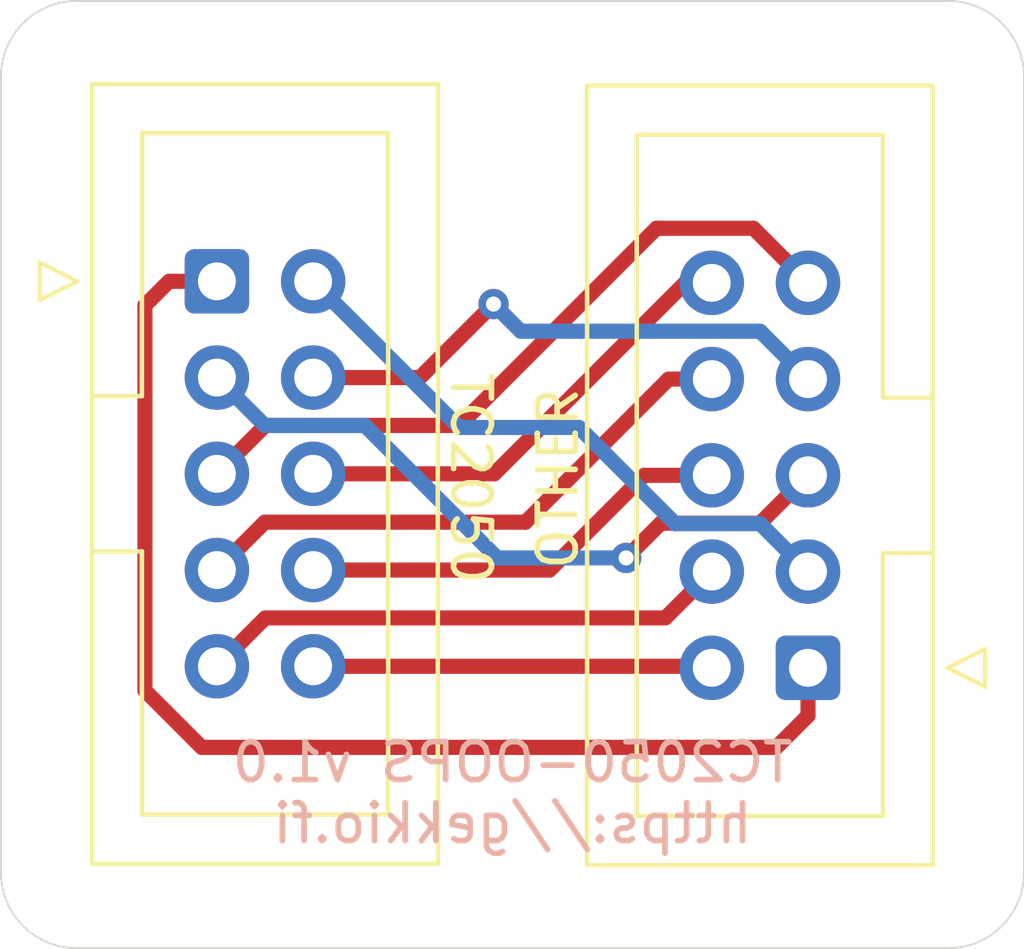
<source format=kicad_pcb>
(kicad_pcb (version 20171130) (host pcbnew 5.1.6-c6e7f7d~86~ubuntu20.04.1)

  (general
    (thickness 1.6)
    (drawings 11)
    (tracks 50)
    (zones 0)
    (modules 2)
    (nets 11)
  )

  (page A4)
  (title_block
    (title TC2050-OOPS)
    (rev v1.0)
    (company https://gekkio.fi)
  )

  (layers
    (0 F.Cu signal)
    (31 B.Cu signal)
    (32 B.Adhes user)
    (33 F.Adhes user)
    (34 B.Paste user)
    (35 F.Paste user)
    (36 B.SilkS user)
    (37 F.SilkS user)
    (38 B.Mask user)
    (39 F.Mask user)
    (40 Dwgs.User user)
    (41 Cmts.User user)
    (42 Eco1.User user)
    (43 Eco2.User user)
    (44 Edge.Cuts user)
    (45 Margin user)
    (46 B.CrtYd user)
    (47 F.CrtYd user)
    (48 B.Fab user)
    (49 F.Fab user)
  )

  (setup
    (last_trace_width 0.4)
    (trace_clearance 0.2)
    (zone_clearance 0.508)
    (zone_45_only no)
    (trace_min 0.2)
    (via_size 0.8)
    (via_drill 0.4)
    (via_min_size 0.4)
    (via_min_drill 0.3)
    (uvia_size 0.3)
    (uvia_drill 0.1)
    (uvias_allowed no)
    (uvia_min_size 0.2)
    (uvia_min_drill 0.1)
    (edge_width 0.05)
    (segment_width 0.2)
    (pcb_text_width 0.3)
    (pcb_text_size 1.5 1.5)
    (mod_edge_width 0.12)
    (mod_text_size 1 1)
    (mod_text_width 0.15)
    (pad_size 1.524 1.524)
    (pad_drill 0.762)
    (pad_to_mask_clearance 0)
    (aux_axis_origin 0 0)
    (visible_elements FFFFFF7F)
    (pcbplotparams
      (layerselection 0x010fc_ffffffff)
      (usegerberextensions false)
      (usegerberattributes false)
      (usegerberadvancedattributes false)
      (creategerberjobfile true)
      (excludeedgelayer false)
      (linewidth 0.100000)
      (plotframeref false)
      (viasonmask false)
      (mode 1)
      (useauxorigin false)
      (hpglpennumber 1)
      (hpglpenspeed 20)
      (hpglpendiameter 15.000000)
      (psnegative false)
      (psa4output false)
      (plotreference true)
      (plotvalue true)
      (plotinvisibletext false)
      (padsonsilk false)
      (subtractmaskfromsilk false)
      (outputformat 1)
      (mirror false)
      (drillshape 0)
      (scaleselection 1)
      (outputdirectory "gerber/"))
  )

  (net 0 "")
  (net 1 /P10)
  (net 2 /P9)
  (net 3 /P8)
  (net 4 /P7)
  (net 5 /P6)
  (net 6 /P5)
  (net 7 /P4)
  (net 8 /P3)
  (net 9 /P2)
  (net 10 /P1)

  (net_class Default "This is the default net class."
    (clearance 0.2)
    (trace_width 0.4)
    (via_dia 0.8)
    (via_drill 0.4)
    (uvia_dia 0.3)
    (uvia_drill 0.1)
    (add_net /P1)
    (add_net /P10)
    (add_net /P2)
    (add_net /P3)
    (add_net /P4)
    (add_net /P5)
    (add_net /P6)
    (add_net /P7)
    (add_net /P8)
    (add_net /P9)
  )

  (module Connector_IDC:IDC-Header_2x05_P2.54mm_Vertical (layer F.Cu) (tedit 5EAC9A07) (tstamp 5E811AEA)
    (at 54.7 56.4)
    (descr "Through hole IDC box header, 2x05, 2.54mm pitch, DIN 41651 / IEC 60603-13, double rows, https://docs.google.com/spreadsheets/d/16SsEcesNF15N3Lb4niX7dcUr-NY5_MFPQhobNuNppn4/edit#gid=0")
    (tags "Through hole vertical IDC box header THT 2x05 2.54mm double row")
    (path /5E81A85C)
    (fp_text reference J1 (at 1.27 -6.604) (layer F.SilkS) hide
      (effects (font (size 1 1) (thickness 0.15)))
    )
    (fp_text value Conn_02x05_Odd_Even (at 1.27 16.764) (layer F.Fab) hide
      (effects (font (size 1 1) (thickness 0.15)))
    )
    (fp_line (start 6.22 -5.6) (end -3.68 -5.6) (layer F.CrtYd) (width 0.05))
    (fp_line (start 6.22 15.76) (end 6.22 -5.6) (layer F.CrtYd) (width 0.05))
    (fp_line (start -3.68 15.76) (end 6.22 15.76) (layer F.CrtYd) (width 0.05))
    (fp_line (start -3.68 -5.6) (end -3.68 15.76) (layer F.CrtYd) (width 0.05))
    (fp_line (start -4.68 0.5) (end -3.68 0) (layer F.SilkS) (width 0.12))
    (fp_line (start -4.68 -0.5) (end -4.68 0.5) (layer F.SilkS) (width 0.12))
    (fp_line (start -3.68 0) (end -4.68 -0.5) (layer F.SilkS) (width 0.12))
    (fp_line (start -1.98 7.13) (end -3.29 7.13) (layer F.SilkS) (width 0.12))
    (fp_line (start -1.98 7.13) (end -1.98 7.13) (layer F.SilkS) (width 0.12))
    (fp_line (start -1.98 14.07) (end -1.98 7.13) (layer F.SilkS) (width 0.12))
    (fp_line (start 4.52 14.07) (end -1.98 14.07) (layer F.SilkS) (width 0.12))
    (fp_line (start 4.52 -3.91) (end 4.52 14.07) (layer F.SilkS) (width 0.12))
    (fp_line (start -1.98 -3.91) (end 4.52 -3.91) (layer F.SilkS) (width 0.12))
    (fp_line (start -1.98 3.03) (end -1.98 -3.91) (layer F.SilkS) (width 0.12))
    (fp_line (start -3.29 3.03) (end -1.98 3.03) (layer F.SilkS) (width 0.12))
    (fp_line (start -3.29 15.37) (end -3.29 -5.21) (layer F.SilkS) (width 0.12))
    (fp_line (start 5.83 15.37) (end -3.29 15.37) (layer F.SilkS) (width 0.12))
    (fp_line (start 5.83 -5.21) (end 5.83 15.37) (layer F.SilkS) (width 0.12))
    (fp_line (start -3.29 -5.21) (end 5.83 -5.21) (layer F.SilkS) (width 0.12))
    (fp_line (start -1.98 7.13) (end -3.18 7.13) (layer F.Fab) (width 0.1))
    (fp_line (start -1.98 7.13) (end -1.98 7.13) (layer F.Fab) (width 0.1))
    (fp_line (start -1.98 14.07) (end -1.98 7.13) (layer F.Fab) (width 0.1))
    (fp_line (start 4.52 14.07) (end -1.98 14.07) (layer F.Fab) (width 0.1))
    (fp_line (start 4.52 -3.91) (end 4.52 14.07) (layer F.Fab) (width 0.1))
    (fp_line (start -1.98 -3.91) (end 4.52 -3.91) (layer F.Fab) (width 0.1))
    (fp_line (start -1.98 3.03) (end -1.98 -3.91) (layer F.Fab) (width 0.1))
    (fp_line (start -3.18 3.03) (end -1.98 3.03) (layer F.Fab) (width 0.1))
    (fp_line (start -3.18 15.26) (end -3.18 -4.1) (layer F.Fab) (width 0.1))
    (fp_line (start 5.72 15.26) (end -3.18 15.26) (layer F.Fab) (width 0.1))
    (fp_line (start 5.72 -5.1) (end 5.72 15.26) (layer F.Fab) (width 0.1))
    (fp_line (start -2.18 -5.1) (end 5.72 -5.1) (layer F.Fab) (width 0.1))
    (fp_line (start -3.18 -4.1) (end -2.18 -5.1) (layer F.Fab) (width 0.1))
    (fp_text user %R (at 1.27 5.08) (layer F.Fab)
      (effects (font (size 1 1) (thickness 0.15)))
    )
    (pad 10 thru_hole circle (at 2.54 10.16) (size 1.7 1.7) (drill 1) (layers *.Cu *.Mask)
      (net 9 /P2))
    (pad 8 thru_hole circle (at 2.54 7.62) (size 1.7 1.7) (drill 1) (layers *.Cu *.Mask)
      (net 5 /P6))
    (pad 6 thru_hole circle (at 2.54 5.08) (size 1.7 1.7) (drill 1) (layers *.Cu *.Mask)
      (net 1 /P10))
    (pad 4 thru_hole circle (at 2.54 2.54) (size 1.7 1.7) (drill 1) (layers *.Cu *.Mask)
      (net 4 /P7))
    (pad 2 thru_hole circle (at 2.54 0) (size 1.7 1.7) (drill 1) (layers *.Cu *.Mask)
      (net 8 /P3))
    (pad 9 thru_hole circle (at 0 10.16) (size 1.7 1.7) (drill 1) (layers *.Cu *.Mask)
      (net 7 /P4))
    (pad 7 thru_hole circle (at 0 7.62) (size 1.7 1.7) (drill 1) (layers *.Cu *.Mask)
      (net 3 /P8))
    (pad 5 thru_hole circle (at 0 5.08) (size 1.7 1.7) (drill 1) (layers *.Cu *.Mask)
      (net 2 /P9))
    (pad 3 thru_hole circle (at 0 2.54) (size 1.7 1.7) (drill 1) (layers *.Cu *.Mask)
      (net 6 /P5))
    (pad 1 thru_hole roundrect (at 0 0) (size 1.7 1.7) (drill 1) (layers *.Cu *.Mask) (roundrect_rratio 0.147059)
      (net 10 /P1))
    (model ${KISYS3DMOD}/Connector_IDC.3dshapes/IDC-Header_2x05_P2.54mm_Vertical.wrl
      (at (xyz 0 0 0))
      (scale (xyz 1 1 1))
      (rotate (xyz 0 0 0))
    )
  )

  (module Connector_IDC:IDC-Header_2x05_P2.54mm_Vertical (layer F.Cu) (tedit 5EAC9A07) (tstamp 5E811E33)
    (at 70.3 66.6 180)
    (descr "Through hole IDC box header, 2x05, 2.54mm pitch, DIN 41651 / IEC 60603-13, double rows, https://docs.google.com/spreadsheets/d/16SsEcesNF15N3Lb4niX7dcUr-NY5_MFPQhobNuNppn4/edit#gid=0")
    (tags "Through hole vertical IDC box header THT 2x05 2.54mm double row")
    (path /5E811EC3)
    (fp_text reference J2 (at 1.27 -6.604) (layer F.SilkS) hide
      (effects (font (size 1 1) (thickness 0.15)))
    )
    (fp_text value Conn_02x05_Odd_Even (at 1.27 16.764) (layer F.Fab) hide
      (effects (font (size 1 1) (thickness 0.15)))
    )
    (fp_line (start 6.22 -5.6) (end -3.68 -5.6) (layer F.CrtYd) (width 0.05))
    (fp_line (start 6.22 15.76) (end 6.22 -5.6) (layer F.CrtYd) (width 0.05))
    (fp_line (start -3.68 15.76) (end 6.22 15.76) (layer F.CrtYd) (width 0.05))
    (fp_line (start -3.68 -5.6) (end -3.68 15.76) (layer F.CrtYd) (width 0.05))
    (fp_line (start -4.68 0.5) (end -3.68 0) (layer F.SilkS) (width 0.12))
    (fp_line (start -4.68 -0.5) (end -4.68 0.5) (layer F.SilkS) (width 0.12))
    (fp_line (start -3.68 0) (end -4.68 -0.5) (layer F.SilkS) (width 0.12))
    (fp_line (start -1.98 7.13) (end -3.29 7.13) (layer F.SilkS) (width 0.12))
    (fp_line (start -1.98 7.13) (end -1.98 7.13) (layer F.SilkS) (width 0.12))
    (fp_line (start -1.98 14.07) (end -1.98 7.13) (layer F.SilkS) (width 0.12))
    (fp_line (start 4.52 14.07) (end -1.98 14.07) (layer F.SilkS) (width 0.12))
    (fp_line (start 4.52 -3.91) (end 4.52 14.07) (layer F.SilkS) (width 0.12))
    (fp_line (start -1.98 -3.91) (end 4.52 -3.91) (layer F.SilkS) (width 0.12))
    (fp_line (start -1.98 3.03) (end -1.98 -3.91) (layer F.SilkS) (width 0.12))
    (fp_line (start -3.29 3.03) (end -1.98 3.03) (layer F.SilkS) (width 0.12))
    (fp_line (start -3.29 15.37) (end -3.29 -5.21) (layer F.SilkS) (width 0.12))
    (fp_line (start 5.83 15.37) (end -3.29 15.37) (layer F.SilkS) (width 0.12))
    (fp_line (start 5.83 -5.21) (end 5.83 15.37) (layer F.SilkS) (width 0.12))
    (fp_line (start -3.29 -5.21) (end 5.83 -5.21) (layer F.SilkS) (width 0.12))
    (fp_line (start -1.98 7.13) (end -3.18 7.13) (layer F.Fab) (width 0.1))
    (fp_line (start -1.98 7.13) (end -1.98 7.13) (layer F.Fab) (width 0.1))
    (fp_line (start -1.98 14.07) (end -1.98 7.13) (layer F.Fab) (width 0.1))
    (fp_line (start 4.52 14.07) (end -1.98 14.07) (layer F.Fab) (width 0.1))
    (fp_line (start 4.52 -3.91) (end 4.52 14.07) (layer F.Fab) (width 0.1))
    (fp_line (start -1.98 -3.91) (end 4.52 -3.91) (layer F.Fab) (width 0.1))
    (fp_line (start -1.98 3.03) (end -1.98 -3.91) (layer F.Fab) (width 0.1))
    (fp_line (start -3.18 3.03) (end -1.98 3.03) (layer F.Fab) (width 0.1))
    (fp_line (start -3.18 15.26) (end -3.18 -4.1) (layer F.Fab) (width 0.1))
    (fp_line (start 5.72 15.26) (end -3.18 15.26) (layer F.Fab) (width 0.1))
    (fp_line (start 5.72 -5.1) (end 5.72 15.26) (layer F.Fab) (width 0.1))
    (fp_line (start -2.18 -5.1) (end 5.72 -5.1) (layer F.Fab) (width 0.1))
    (fp_line (start -3.18 -4.1) (end -2.18 -5.1) (layer F.Fab) (width 0.1))
    (fp_text user %R (at 1.27 5.08) (layer F.Fab)
      (effects (font (size 1 1) (thickness 0.15)))
    )
    (pad 10 thru_hole circle (at 2.54 10.16 180) (size 1.7 1.7) (drill 1) (layers *.Cu *.Mask)
      (net 1 /P10))
    (pad 8 thru_hole circle (at 2.54 7.62 180) (size 1.7 1.7) (drill 1) (layers *.Cu *.Mask)
      (net 3 /P8))
    (pad 6 thru_hole circle (at 2.54 5.08 180) (size 1.7 1.7) (drill 1) (layers *.Cu *.Mask)
      (net 5 /P6))
    (pad 4 thru_hole circle (at 2.54 2.54 180) (size 1.7 1.7) (drill 1) (layers *.Cu *.Mask)
      (net 7 /P4))
    (pad 2 thru_hole circle (at 2.54 0 180) (size 1.7 1.7) (drill 1) (layers *.Cu *.Mask)
      (net 9 /P2))
    (pad 9 thru_hole circle (at 0 10.16 180) (size 1.7 1.7) (drill 1) (layers *.Cu *.Mask)
      (net 2 /P9))
    (pad 7 thru_hole circle (at 0 7.62 180) (size 1.7 1.7) (drill 1) (layers *.Cu *.Mask)
      (net 4 /P7))
    (pad 5 thru_hole circle (at 0 5.08 180) (size 1.7 1.7) (drill 1) (layers *.Cu *.Mask)
      (net 6 /P5))
    (pad 3 thru_hole circle (at 0 2.54 180) (size 1.7 1.7) (drill 1) (layers *.Cu *.Mask)
      (net 8 /P3))
    (pad 1 thru_hole roundrect (at 0 0 180) (size 1.7 1.7) (drill 1) (layers *.Cu *.Mask) (roundrect_rratio 0.147059)
      (net 10 /P1))
    (model ${KISYS3DMOD}/Connector_IDC.3dshapes/IDC-Header_2x05_P2.54mm_Vertical.wrl
      (at (xyz 0 0 0))
      (scale (xyz 1 1 1))
      (rotate (xyz 0 0 0))
    )
  )

  (gr_arc (start 74 51) (end 76 51) (angle -90) (layer Edge.Cuts) (width 0.05) (tstamp 5E8125B6))
  (gr_arc (start 74 72) (end 74 74) (angle -90) (layer Edge.Cuts) (width 0.05) (tstamp 5E8125B3))
  (gr_arc (start 51 72) (end 49 72) (angle -90) (layer Edge.Cuts) (width 0.05) (tstamp 5E8125B0))
  (gr_text "TC2050-OOPS v1.0\nhttps://gekkio.fi" (at 62.5 69.9) (layer B.SilkS)
    (effects (font (size 1 1) (thickness 0.15)) (justify mirror))
  )
  (gr_text OTHER (at 63.7 61.6 90) (layer F.SilkS)
    (effects (font (size 1 1) (thickness 0.15)))
  )
  (gr_text TC2050 (at 61.4 61.6 270) (layer F.SilkS) (tstamp 5E81245D)
    (effects (font (size 1 1) (thickness 0.15)))
  )
  (gr_arc (start 51 51) (end 51 49) (angle -90) (layer Edge.Cuts) (width 0.05) (tstamp 5E8122B5))
  (gr_line (start 74 49) (end 51 49) (layer Edge.Cuts) (width 0.05))
  (gr_line (start 76 72) (end 76 51) (layer Edge.Cuts) (width 0.05))
  (gr_line (start 51 74) (end 74 74) (layer Edge.Cuts) (width 0.05))
  (gr_line (start 49 51) (end 49 72) (layer Edge.Cuts) (width 0.05))

  (segment (start 67.06 56.44) (end 67.76 56.44) (width 0.4) (layer F.Cu) (net 1))
  (segment (start 57.24 61.48) (end 62.02 61.48) (width 0.4) (layer F.Cu) (net 1))
  (segment (start 62.02 61.48) (end 67.06 56.44) (width 0.4) (layer F.Cu) (net 1))
  (segment (start 61.096399 60.203601) (end 66.3 55) (width 0.4) (layer F.Cu) (net 2))
  (segment (start 68.86 55) (end 70.3 56.44) (width 0.4) (layer F.Cu) (net 2))
  (segment (start 66.3 55) (end 68.86 55) (width 0.4) (layer F.Cu) (net 2))
  (segment (start 54.7 61.48) (end 55.976399 60.203601) (width 0.4) (layer F.Cu) (net 2))
  (segment (start 55.976399 60.203601) (end 61.096399 60.203601) (width 0.4) (layer F.Cu) (net 2))
  (segment (start 66.62 58.98) (end 67.76 58.98) (width 0.4) (layer F.Cu) (net 3))
  (segment (start 54.7 64.02) (end 55.963601 62.756399) (width 0.4) (layer F.Cu) (net 3))
  (segment (start 62.843601 62.756399) (end 66.62 58.98) (width 0.4) (layer F.Cu) (net 3))
  (segment (start 55.963601 62.756399) (end 62.843601 62.756399) (width 0.4) (layer F.Cu) (net 3))
  (segment (start 69.036399 57.716399) (end 62.716399 57.716399) (width 0.4) (layer B.Cu) (net 4))
  (segment (start 62.716399 57.716399) (end 62.399999 57.399999) (width 0.4) (layer B.Cu) (net 4))
  (segment (start 60.06 58.94) (end 62 57) (width 0.4) (layer F.Cu) (net 4))
  (via (at 62 57) (size 0.8) (drill 0.4) (layers F.Cu B.Cu) (net 4))
  (segment (start 62.399999 57.399999) (end 62 57) (width 0.4) (layer B.Cu) (net 4))
  (segment (start 70.3 58.98) (end 69.036399 57.716399) (width 0.4) (layer B.Cu) (net 4))
  (segment (start 57.24 58.94) (end 60.06 58.94) (width 0.4) (layer F.Cu) (net 4))
  (segment (start 65.98 61.52) (end 67.76 61.52) (width 0.4) (layer F.Cu) (net 5))
  (segment (start 57.24 64.02) (end 63.48 64.02) (width 0.4) (layer F.Cu) (net 5))
  (segment (start 63.48 64.02) (end 65.98 61.52) (width 0.4) (layer F.Cu) (net 5))
  (segment (start 62.1 63.7) (end 64.934315 63.7) (width 0.4) (layer B.Cu) (net 6))
  (segment (start 66.416399 62.783601) (end 65.899999 63.300001) (width 0.4) (layer F.Cu) (net 6))
  (segment (start 64.934315 63.7) (end 65.5 63.7) (width 0.4) (layer B.Cu) (net 6))
  (segment (start 54.7 58.94) (end 55.963601 60.203601) (width 0.4) (layer B.Cu) (net 6))
  (segment (start 58.603601 60.203601) (end 62.1 63.7) (width 0.4) (layer B.Cu) (net 6))
  (segment (start 65.899999 63.300001) (end 65.5 63.7) (width 0.4) (layer F.Cu) (net 6))
  (segment (start 69.036399 62.783601) (end 66.416399 62.783601) (width 0.4) (layer F.Cu) (net 6))
  (via (at 65.5 63.7) (size 0.8) (drill 0.4) (layers F.Cu B.Cu) (net 6))
  (segment (start 55.963601 60.203601) (end 58.603601 60.203601) (width 0.4) (layer B.Cu) (net 6))
  (segment (start 70.3 61.52) (end 69.036399 62.783601) (width 0.4) (layer F.Cu) (net 6))
  (segment (start 55.563599 65.696401) (end 54.7 66.56) (width 0.4) (layer F.Cu) (net 7))
  (segment (start 55.976399 65.283601) (end 55.563599 65.696401) (width 0.4) (layer F.Cu) (net 7))
  (segment (start 66.536399 65.283601) (end 55.976399 65.283601) (width 0.4) (layer F.Cu) (net 7))
  (segment (start 67.76 64.06) (end 66.536399 65.283601) (width 0.4) (layer F.Cu) (net 7))
  (segment (start 64.256399 60.256399) (end 66.796399 62.796399) (width 0.4) (layer B.Cu) (net 8))
  (segment (start 66.796399 62.796399) (end 69.036399 62.796399) (width 0.4) (layer B.Cu) (net 8))
  (segment (start 57.24 56.4) (end 61.096399 60.256399) (width 0.4) (layer B.Cu) (net 8))
  (segment (start 69.036399 62.796399) (end 70.3 64.06) (width 0.4) (layer B.Cu) (net 8))
  (segment (start 61.096399 60.256399) (end 64.256399 60.256399) (width 0.4) (layer B.Cu) (net 8))
  (segment (start 67.72 66.56) (end 67.76 66.6) (width 0.4) (layer F.Cu) (net 9))
  (segment (start 57.24 66.56) (end 67.72 66.56) (width 0.4) (layer F.Cu) (net 9))
  (segment (start 70.3 67.8636) (end 69.4636 68.7) (width 0.4) (layer F.Cu) (net 10))
  (segment (start 52.8 57.0364) (end 53.4364 56.4) (width 0.4) (layer F.Cu) (net 10))
  (segment (start 54.3 68.7) (end 52.8 67.2) (width 0.4) (layer F.Cu) (net 10))
  (segment (start 53.4364 56.4) (end 54.7 56.4) (width 0.4) (layer F.Cu) (net 10))
  (segment (start 70.3 66.6) (end 70.3 67.8636) (width 0.4) (layer F.Cu) (net 10))
  (segment (start 69.4636 68.7) (end 54.3 68.7) (width 0.4) (layer F.Cu) (net 10))
  (segment (start 52.8 67.2) (end 52.8 57.0364) (width 0.4) (layer F.Cu) (net 10))

)

</source>
